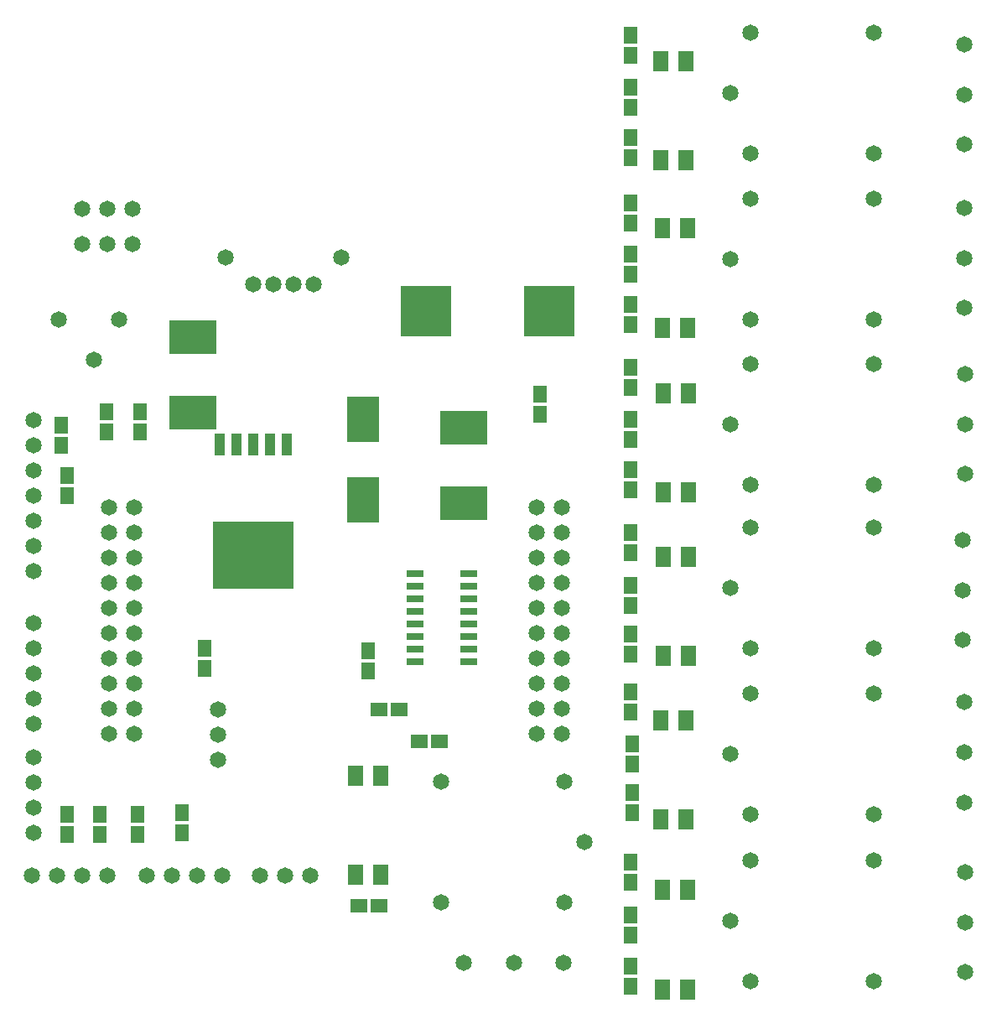
<source format=gbr>
G04 CAM350 V10.0.1 (Build 312) Date:  Fri Jul 29 09:56:05 2016 *
G04 Database: C:\arctmp\odbjob_v7\odbjob_v7.cam *
G04 Layer 2: smt *
%FSLAX23Y23*%
%MOIN*%
%SFA1.000B1.000*%

%MIA0B0*%
%IPPOS*%
%ADD10C,0.00000*%
%ADD12R,0.06500X0.02500*%
%ADD13R,0.05500X0.06500*%
%ADD14R,0.06500X0.05500*%
%ADD15C,0.06500*%
%ADD16R,0.04200X0.08500*%
%ADD17R,0.18500X0.13500*%
%ADD18R,0.06000X0.08000*%
%ADD19R,0.20000X0.20000*%
%ADD70R,0.13000X0.18000*%
%ADD71R,0.32000X0.27000*%
%LNsmt*%
%LPD*%
G54D12*
X16317Y7385D03*
G54D13*
X17180Y6635D03*
G54D14*
X16175Y6265D03*
G54D12*
X16317Y7285D03*
G54D16*
X15809Y8100D03*
G54D17*
X15435Y8525D03*
G54D18*
X17295Y7003D03*
G54D13*
X17175Y7035D03*
G54D18*
X17305Y7653D03*
G54D13*
X17175Y7670D03*
G54D18*
X17305Y8303D03*
G54D13*
X17175Y8325D03*
G54D18*
X17305Y7907D03*
G54D13*
X17175Y8000D03*
G54D18*
X17305Y7257D03*
G54D13*
X17175Y7345D03*
X17180Y6715D03*
G54D18*
X17295Y6607D03*
G54D13*
X17175Y6025D03*
G54D18*
X17300Y5932D03*
X16080Y6387D03*
G54D14*
X16095Y6265D03*
G54D18*
X16180Y6783D03*
G54D14*
X16335Y6920D03*
G54D12*
X16533Y7585D03*
G54D13*
X17175Y6230D03*
G54D18*
X17400Y6328D03*
G54D13*
X17180Y6910D03*
G54D18*
X17395Y7003D03*
G54D13*
X17175Y7540D03*
G54D18*
X17405Y7653D03*
G54D13*
X17175Y8200D03*
G54D18*
X17405Y8303D03*
G54D12*
X16533Y7285D03*
Y7335D03*
G54D13*
X17175Y6150D03*
X16815Y8300D03*
G54D19*
X16850Y8630D03*
G54D18*
X17400Y5932D03*
G54D13*
X17180Y6830D03*
G54D18*
X17395Y6607D03*
X17405Y7257D03*
G54D13*
X17175Y7460D03*
G54D18*
X17405Y7907D03*
G54D13*
X17175Y8120D03*
Y8775D03*
G54D18*
X17400Y8562D03*
G54D13*
X17175Y9440D03*
G54D18*
X17395Y9227D03*
G54D13*
X16130Y7200D03*
G54D12*
X16533Y7235D03*
G54D14*
X16415Y6920D03*
G54D18*
X16180Y6387D03*
G54D13*
X14935Y6550D03*
X15065D03*
X15215D03*
X15480Y7210D03*
G54D16*
X15608Y8100D03*
G54D13*
X15225Y8150D03*
X15390Y6635D03*
G54D17*
X16510Y8165D03*
G54D12*
X16533Y7385D03*
Y7535D03*
G54D13*
X14935Y6630D03*
X15065D03*
X15215D03*
X15480Y7290D03*
G54D16*
X15675Y8100D03*
G54D17*
X15435Y8225D03*
G54D16*
X15541Y8100D03*
G54D13*
X15090Y8150D03*
X16130Y7280D03*
G54D12*
X16317Y7235D03*
G54D13*
X16815Y8220D03*
G54D17*
X16510Y7865D03*
G54D70*
X16110Y7880D03*
G54D13*
X15390Y6555D03*
X14935Y7975D03*
X14910Y8095D03*
X17175Y9725D03*
Y9060D03*
G54D14*
X16255Y7045D03*
G54D18*
X16080Y6783D03*
G54D14*
X16175Y7045D03*
G54D13*
X17175Y6440D03*
Y7115D03*
Y7750D03*
Y8405D03*
G54D12*
X16533Y7435D03*
G54D13*
X15090Y8230D03*
X15225D03*
G54D12*
X16533Y7485D03*
G54D13*
X14935Y7895D03*
X14910Y8175D03*
G54D19*
X16360Y8630D03*
G54D70*
X16110Y8200D03*
G54D16*
X15742Y8100D03*
G54D12*
X16317Y7335D03*
G54D13*
X17175Y5945D03*
G54D12*
X16317Y7535D03*
G54D13*
X17175Y8575D03*
G54D12*
X16317Y7435D03*
G54D13*
X17175Y7265D03*
G54D12*
X16317Y7585D03*
G54D13*
X17175Y7920D03*
G54D12*
X16317Y7485D03*
G54D13*
X17175Y9240D03*
Y9320D03*
G54D18*
X17295Y9227D03*
Y9623D03*
G54D13*
X17175Y9645D03*
Y9520D03*
G54D18*
X17395Y9623D03*
G54D13*
X17175Y8655D03*
G54D18*
X17300Y8562D03*
Y8958D03*
G54D13*
X17175Y8980D03*
Y8855D03*
G54D18*
X17400Y8958D03*
X17300Y6328D03*
G54D13*
X17175Y6360D03*
G54D71*
X15675Y7660D03*
G54D10*
X15700Y8010D03*
X16000Y7910D03*
X16900Y6950D03*
X16533Y7717D03*
X17575Y8345D03*
X16615Y7550D03*
X17765Y9065D03*
X16625Y7485D03*
X17810Y9735D03*
X16650Y7385D03*
X17650Y7110D03*
X17725Y7165D03*
X16640Y7435D03*
X17695Y7675D03*
X16690Y7335D03*
X17790Y6515D03*
X16230Y7585D03*
X17080Y8020D03*
X16395Y7435D03*
X17085Y7260D03*
X16395Y7380D03*
X17090Y6700D03*
X16395Y7320D03*
X17095Y5985D03*
X16245Y6290D03*
Y7285D03*
X16210Y7535D03*
X17095Y8575D03*
X16204Y7485D03*
X17060Y9235D03*
G54D15*
X14902Y8595D03*
X15140D03*
X15040Y8435D03*
X15915Y8735D03*
X15835D03*
X15755D03*
X15675D03*
X15564Y8842D03*
X16026D03*
X16910Y6760D03*
Y6280D03*
X16990Y6520D03*
X16420Y6760D03*
Y6280D03*
X17650Y5965D03*
Y6445D03*
X17570Y6205D03*
X18140Y5965D03*
Y6445D03*
X17650Y6630D03*
Y7110D03*
X17570Y6870D03*
X18140Y6630D03*
Y7110D03*
X17650Y7290D03*
Y7770D03*
X17570Y7530D03*
X18140Y7290D03*
Y7770D03*
X17650Y7940D03*
Y8420D03*
X17570Y8180D03*
X18140Y7940D03*
Y8420D03*
X17650Y8595D03*
Y9075D03*
X17570Y8835D03*
X18140Y8595D03*
Y9075D03*
X17650Y9255D03*
Y9735D03*
X17570Y9495D03*
X18140Y9255D03*
Y9735D03*
X16909Y6040D03*
X16710D03*
X16511D03*
X18505Y6399D03*
Y6200D03*
Y6001D03*
X18500Y7074D03*
Y6875D03*
Y6676D03*
X18495Y7719D03*
Y7520D03*
Y7321D03*
X18505Y8379D03*
Y8180D03*
Y7981D03*
X18500Y9039D03*
Y8840D03*
Y8641D03*
Y9689D03*
Y9490D03*
Y9291D03*
X15535Y7045D03*
Y6945D03*
Y6845D03*
X15700Y6385D03*
X15800D03*
X15900D03*
X15550D03*
X15450D03*
X15350D03*
X15250D03*
X15095D03*
X14995D03*
X14895D03*
X14795D03*
X14800Y6555D03*
Y6655D03*
Y6755D03*
Y6855D03*
Y7390D03*
Y7290D03*
Y7190D03*
Y7090D03*
Y6990D03*
Y7595D03*
Y7695D03*
Y7795D03*
Y7895D03*
Y7995D03*
Y8095D03*
Y8195D03*
X14995Y8896D03*
X15095D03*
X15195D03*
Y9034D03*
X15095D03*
X14995D03*
X15100Y7850D03*
Y7750D03*
Y7650D03*
Y7550D03*
Y7450D03*
Y7350D03*
Y7250D03*
Y7150D03*
Y7050D03*
Y6950D03*
X16900D03*
Y7050D03*
Y7150D03*
Y7250D03*
Y7350D03*
Y7450D03*
Y7550D03*
Y7650D03*
Y7750D03*
Y7850D03*
X15200D03*
Y7750D03*
Y7650D03*
Y7550D03*
Y7450D03*
Y7350D03*
Y7250D03*
Y7150D03*
Y7050D03*
Y6950D03*
X16800D03*
Y7050D03*
Y7150D03*
Y7250D03*
Y7350D03*
Y7450D03*
Y7550D03*
Y7650D03*
Y7750D03*
Y7850D03*
M02*

</source>
